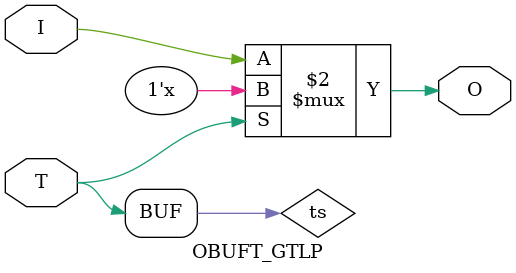
<source format=v>

/*

FUNCTION	: TRI-STATE OUTPUT BUFFER

*/

`celldefine
`timescale  100 ps / 10 ps

module OBUFT_GTLP (O, I, T);

    output O;

    input  I, T;

    or O1 (ts, 1'b0, T);
    bufif0 T1 (O, I, ts);

endmodule

</source>
